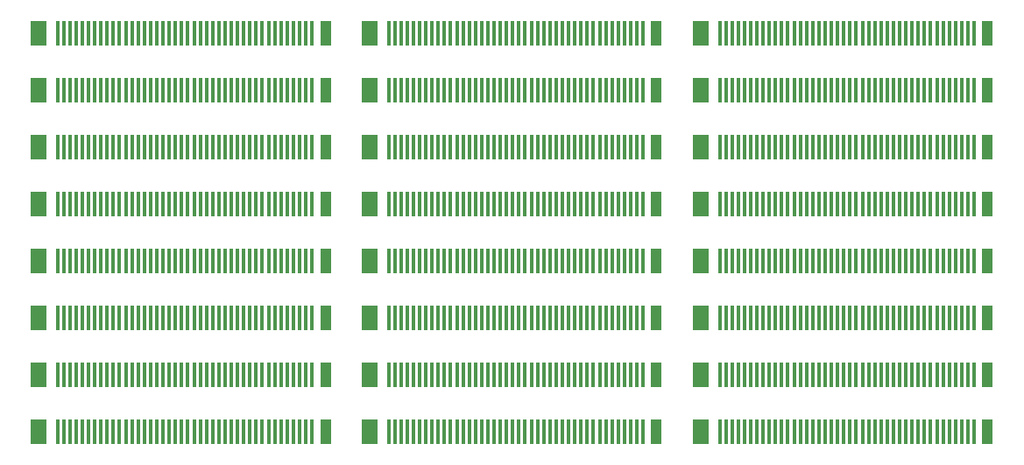
<source format=gbr>
G04 #@! TF.GenerationSoftware,KiCad,Pcbnew,5.1.5-52549c5~84~ubuntu18.04.1*
G04 #@! TF.CreationDate,2020-06-25T11:55:21+02:00*
G04 #@! TF.ProjectId,optical_encoder,6f707469-6361-46c5-9f65-6e636f646572,rev?*
G04 #@! TF.SameCoordinates,Original*
G04 #@! TF.FileFunction,Copper,L1,Top*
G04 #@! TF.FilePolarity,Positive*
%FSLAX46Y46*%
G04 Gerber Fmt 4.6, Leading zero omitted, Abs format (unit mm)*
G04 Created by KiCad (PCBNEW 5.1.5-52549c5~84~ubuntu18.04.1) date 2020-06-25 11:55:21*
%MOMM*%
%LPD*%
G04 APERTURE LIST*
%ADD10R,0.300000X2.400000*%
%ADD11R,10.000000X0.100000*%
%ADD12R,9.000000X0.100000*%
%ADD13R,0.100000X4.200000*%
%ADD14R,1.500000X2.400000*%
%ADD15R,1.000000X2.400000*%
G04 APERTURE END LIST*
D10*
X172430000Y-116790000D03*
X173030000Y-116790000D03*
X173630000Y-116790000D03*
X174230000Y-116790000D03*
X174830000Y-116790000D03*
X176630000Y-116790000D03*
X175430000Y-116790000D03*
X176030000Y-116790000D03*
X177230000Y-116790000D03*
X179030000Y-116790000D03*
X177830000Y-116790000D03*
X181430000Y-116790000D03*
X180230000Y-116790000D03*
X180830000Y-116790000D03*
X179630000Y-116790000D03*
X178430000Y-116790000D03*
X182030000Y-116790000D03*
X183830000Y-116790000D03*
X182630000Y-116790000D03*
X189830000Y-116790000D03*
X186230000Y-116790000D03*
X185030000Y-116790000D03*
X185630000Y-116790000D03*
X187430000Y-116790000D03*
X189230000Y-116790000D03*
X190430000Y-116790000D03*
X184430000Y-116790000D03*
X188630000Y-116790000D03*
X183230000Y-116790000D03*
X191030000Y-116790000D03*
X186830000Y-116790000D03*
X188030000Y-116790000D03*
X196430000Y-116790000D03*
X195230000Y-116790000D03*
X192830000Y-116790000D03*
X195830000Y-116790000D03*
X194630000Y-116790000D03*
X191630000Y-116790000D03*
X192230000Y-116790000D03*
X197030000Y-116790000D03*
X193430000Y-116790000D03*
X194030000Y-116790000D03*
D11*
X174230000Y-114690000D03*
X184830000Y-114690000D03*
D12*
X194930000Y-114690000D03*
D11*
X184830000Y-118890000D03*
X174230000Y-118890000D03*
D12*
X194930000Y-118890000D03*
D13*
X199430000Y-116790000D03*
X169280000Y-116790000D03*
D14*
X170630000Y-116790000D03*
D15*
X198330000Y-116790000D03*
D10*
X140430000Y-116790000D03*
X141030000Y-116790000D03*
X141630000Y-116790000D03*
X142230000Y-116790000D03*
X142830000Y-116790000D03*
X144630000Y-116790000D03*
X143430000Y-116790000D03*
X144030000Y-116790000D03*
X145230000Y-116790000D03*
X147030000Y-116790000D03*
X145830000Y-116790000D03*
X149430000Y-116790000D03*
X148230000Y-116790000D03*
X148830000Y-116790000D03*
X147630000Y-116790000D03*
X146430000Y-116790000D03*
X150030000Y-116790000D03*
X151830000Y-116790000D03*
X150630000Y-116790000D03*
X157830000Y-116790000D03*
X154230000Y-116790000D03*
X153030000Y-116790000D03*
X153630000Y-116790000D03*
X155430000Y-116790000D03*
X157230000Y-116790000D03*
X158430000Y-116790000D03*
X152430000Y-116790000D03*
X156630000Y-116790000D03*
X151230000Y-116790000D03*
X159030000Y-116790000D03*
X154830000Y-116790000D03*
X156030000Y-116790000D03*
X164430000Y-116790000D03*
X163230000Y-116790000D03*
X160830000Y-116790000D03*
X163830000Y-116790000D03*
X162630000Y-116790000D03*
X159630000Y-116790000D03*
X160230000Y-116790000D03*
X165030000Y-116790000D03*
X161430000Y-116790000D03*
X162030000Y-116790000D03*
D11*
X142230000Y-114690000D03*
X152830000Y-114690000D03*
D12*
X162930000Y-114690000D03*
D11*
X152830000Y-118890000D03*
X142230000Y-118890000D03*
D12*
X162930000Y-118890000D03*
D13*
X167430000Y-116790000D03*
X137280000Y-116790000D03*
D14*
X138630000Y-116790000D03*
D15*
X166330000Y-116790000D03*
D10*
X108430000Y-116790000D03*
X109030000Y-116790000D03*
X109630000Y-116790000D03*
X110230000Y-116790000D03*
X110830000Y-116790000D03*
X112630000Y-116790000D03*
X111430000Y-116790000D03*
X112030000Y-116790000D03*
X113230000Y-116790000D03*
X115030000Y-116790000D03*
X113830000Y-116790000D03*
X117430000Y-116790000D03*
X116230000Y-116790000D03*
X116830000Y-116790000D03*
X115630000Y-116790000D03*
X114430000Y-116790000D03*
X118030000Y-116790000D03*
X119830000Y-116790000D03*
X118630000Y-116790000D03*
X125830000Y-116790000D03*
X122230000Y-116790000D03*
X121030000Y-116790000D03*
X121630000Y-116790000D03*
X123430000Y-116790000D03*
X125230000Y-116790000D03*
X126430000Y-116790000D03*
X120430000Y-116790000D03*
X124630000Y-116790000D03*
X119230000Y-116790000D03*
X127030000Y-116790000D03*
X122830000Y-116790000D03*
X124030000Y-116790000D03*
X132430000Y-116790000D03*
X131230000Y-116790000D03*
X128830000Y-116790000D03*
X131830000Y-116790000D03*
X130630000Y-116790000D03*
X127630000Y-116790000D03*
X128230000Y-116790000D03*
X133030000Y-116790000D03*
X129430000Y-116790000D03*
X130030000Y-116790000D03*
D11*
X110230000Y-114690000D03*
X120830000Y-114690000D03*
D12*
X130930000Y-114690000D03*
D11*
X120830000Y-118890000D03*
X110230000Y-118890000D03*
D12*
X130930000Y-118890000D03*
D13*
X135430000Y-116790000D03*
X105280000Y-116790000D03*
D14*
X106630000Y-116790000D03*
D15*
X134330000Y-116790000D03*
D10*
X172430000Y-111290000D03*
X173030000Y-111290000D03*
X173630000Y-111290000D03*
X174230000Y-111290000D03*
X174830000Y-111290000D03*
X176630000Y-111290000D03*
X175430000Y-111290000D03*
X176030000Y-111290000D03*
X177230000Y-111290000D03*
X179030000Y-111290000D03*
X177830000Y-111290000D03*
X181430000Y-111290000D03*
X180230000Y-111290000D03*
X180830000Y-111290000D03*
X179630000Y-111290000D03*
X178430000Y-111290000D03*
X182030000Y-111290000D03*
X183830000Y-111290000D03*
X182630000Y-111290000D03*
X189830000Y-111290000D03*
X186230000Y-111290000D03*
X185030000Y-111290000D03*
X185630000Y-111290000D03*
X187430000Y-111290000D03*
X189230000Y-111290000D03*
X190430000Y-111290000D03*
X184430000Y-111290000D03*
X188630000Y-111290000D03*
X183230000Y-111290000D03*
X191030000Y-111290000D03*
X186830000Y-111290000D03*
X188030000Y-111290000D03*
X196430000Y-111290000D03*
X195230000Y-111290000D03*
X192830000Y-111290000D03*
X195830000Y-111290000D03*
X194630000Y-111290000D03*
X191630000Y-111290000D03*
X192230000Y-111290000D03*
X197030000Y-111290000D03*
X193430000Y-111290000D03*
X194030000Y-111290000D03*
D11*
X174230000Y-109190000D03*
X184830000Y-109190000D03*
D12*
X194930000Y-109190000D03*
D11*
X184830000Y-113390000D03*
X174230000Y-113390000D03*
D12*
X194930000Y-113390000D03*
D13*
X199430000Y-111290000D03*
X169280000Y-111290000D03*
D14*
X170630000Y-111290000D03*
D15*
X198330000Y-111290000D03*
D10*
X140430000Y-111290000D03*
X141030000Y-111290000D03*
X141630000Y-111290000D03*
X142230000Y-111290000D03*
X142830000Y-111290000D03*
X144630000Y-111290000D03*
X143430000Y-111290000D03*
X144030000Y-111290000D03*
X145230000Y-111290000D03*
X147030000Y-111290000D03*
X145830000Y-111290000D03*
X149430000Y-111290000D03*
X148230000Y-111290000D03*
X148830000Y-111290000D03*
X147630000Y-111290000D03*
X146430000Y-111290000D03*
X150030000Y-111290000D03*
X151830000Y-111290000D03*
X150630000Y-111290000D03*
X157830000Y-111290000D03*
X154230000Y-111290000D03*
X153030000Y-111290000D03*
X153630000Y-111290000D03*
X155430000Y-111290000D03*
X157230000Y-111290000D03*
X158430000Y-111290000D03*
X152430000Y-111290000D03*
X156630000Y-111290000D03*
X151230000Y-111290000D03*
X159030000Y-111290000D03*
X154830000Y-111290000D03*
X156030000Y-111290000D03*
X164430000Y-111290000D03*
X163230000Y-111290000D03*
X160830000Y-111290000D03*
X163830000Y-111290000D03*
X162630000Y-111290000D03*
X159630000Y-111290000D03*
X160230000Y-111290000D03*
X165030000Y-111290000D03*
X161430000Y-111290000D03*
X162030000Y-111290000D03*
D11*
X142230000Y-109190000D03*
X152830000Y-109190000D03*
D12*
X162930000Y-109190000D03*
D11*
X152830000Y-113390000D03*
X142230000Y-113390000D03*
D12*
X162930000Y-113390000D03*
D13*
X167430000Y-111290000D03*
X137280000Y-111290000D03*
D14*
X138630000Y-111290000D03*
D15*
X166330000Y-111290000D03*
D10*
X108430000Y-111290000D03*
X109030000Y-111290000D03*
X109630000Y-111290000D03*
X110230000Y-111290000D03*
X110830000Y-111290000D03*
X112630000Y-111290000D03*
X111430000Y-111290000D03*
X112030000Y-111290000D03*
X113230000Y-111290000D03*
X115030000Y-111290000D03*
X113830000Y-111290000D03*
X117430000Y-111290000D03*
X116230000Y-111290000D03*
X116830000Y-111290000D03*
X115630000Y-111290000D03*
X114430000Y-111290000D03*
X118030000Y-111290000D03*
X119830000Y-111290000D03*
X118630000Y-111290000D03*
X125830000Y-111290000D03*
X122230000Y-111290000D03*
X121030000Y-111290000D03*
X121630000Y-111290000D03*
X123430000Y-111290000D03*
X125230000Y-111290000D03*
X126430000Y-111290000D03*
X120430000Y-111290000D03*
X124630000Y-111290000D03*
X119230000Y-111290000D03*
X127030000Y-111290000D03*
X122830000Y-111290000D03*
X124030000Y-111290000D03*
X132430000Y-111290000D03*
X131230000Y-111290000D03*
X128830000Y-111290000D03*
X131830000Y-111290000D03*
X130630000Y-111290000D03*
X127630000Y-111290000D03*
X128230000Y-111290000D03*
X133030000Y-111290000D03*
X129430000Y-111290000D03*
X130030000Y-111290000D03*
D11*
X110230000Y-109190000D03*
X120830000Y-109190000D03*
D12*
X130930000Y-109190000D03*
D11*
X120830000Y-113390000D03*
X110230000Y-113390000D03*
D12*
X130930000Y-113390000D03*
D13*
X135430000Y-111290000D03*
X105280000Y-111290000D03*
D14*
X106630000Y-111290000D03*
D15*
X134330000Y-111290000D03*
D10*
X172430000Y-105790000D03*
X173030000Y-105790000D03*
X173630000Y-105790000D03*
X174230000Y-105790000D03*
X174830000Y-105790000D03*
X176630000Y-105790000D03*
X175430000Y-105790000D03*
X176030000Y-105790000D03*
X177230000Y-105790000D03*
X179030000Y-105790000D03*
X177830000Y-105790000D03*
X181430000Y-105790000D03*
X180230000Y-105790000D03*
X180830000Y-105790000D03*
X179630000Y-105790000D03*
X178430000Y-105790000D03*
X182030000Y-105790000D03*
X183830000Y-105790000D03*
X182630000Y-105790000D03*
X189830000Y-105790000D03*
X186230000Y-105790000D03*
X185030000Y-105790000D03*
X185630000Y-105790000D03*
X187430000Y-105790000D03*
X189230000Y-105790000D03*
X190430000Y-105790000D03*
X184430000Y-105790000D03*
X188630000Y-105790000D03*
X183230000Y-105790000D03*
X191030000Y-105790000D03*
X186830000Y-105790000D03*
X188030000Y-105790000D03*
X196430000Y-105790000D03*
X195230000Y-105790000D03*
X192830000Y-105790000D03*
X195830000Y-105790000D03*
X194630000Y-105790000D03*
X191630000Y-105790000D03*
X192230000Y-105790000D03*
X197030000Y-105790000D03*
X193430000Y-105790000D03*
X194030000Y-105790000D03*
D11*
X174230000Y-103690000D03*
X184830000Y-103690000D03*
D12*
X194930000Y-103690000D03*
D11*
X184830000Y-107890000D03*
X174230000Y-107890000D03*
D12*
X194930000Y-107890000D03*
D13*
X199430000Y-105790000D03*
X169280000Y-105790000D03*
D14*
X170630000Y-105790000D03*
D15*
X198330000Y-105790000D03*
D10*
X140430000Y-105790000D03*
X141030000Y-105790000D03*
X141630000Y-105790000D03*
X142230000Y-105790000D03*
X142830000Y-105790000D03*
X144630000Y-105790000D03*
X143430000Y-105790000D03*
X144030000Y-105790000D03*
X145230000Y-105790000D03*
X147030000Y-105790000D03*
X145830000Y-105790000D03*
X149430000Y-105790000D03*
X148230000Y-105790000D03*
X148830000Y-105790000D03*
X147630000Y-105790000D03*
X146430000Y-105790000D03*
X150030000Y-105790000D03*
X151830000Y-105790000D03*
X150630000Y-105790000D03*
X157830000Y-105790000D03*
X154230000Y-105790000D03*
X153030000Y-105790000D03*
X153630000Y-105790000D03*
X155430000Y-105790000D03*
X157230000Y-105790000D03*
X158430000Y-105790000D03*
X152430000Y-105790000D03*
X156630000Y-105790000D03*
X151230000Y-105790000D03*
X159030000Y-105790000D03*
X154830000Y-105790000D03*
X156030000Y-105790000D03*
X164430000Y-105790000D03*
X163230000Y-105790000D03*
X160830000Y-105790000D03*
X163830000Y-105790000D03*
X162630000Y-105790000D03*
X159630000Y-105790000D03*
X160230000Y-105790000D03*
X165030000Y-105790000D03*
X161430000Y-105790000D03*
X162030000Y-105790000D03*
D11*
X142230000Y-103690000D03*
X152830000Y-103690000D03*
D12*
X162930000Y-103690000D03*
D11*
X152830000Y-107890000D03*
X142230000Y-107890000D03*
D12*
X162930000Y-107890000D03*
D13*
X167430000Y-105790000D03*
X137280000Y-105790000D03*
D14*
X138630000Y-105790000D03*
D15*
X166330000Y-105790000D03*
D10*
X108430000Y-105790000D03*
X109030000Y-105790000D03*
X109630000Y-105790000D03*
X110230000Y-105790000D03*
X110830000Y-105790000D03*
X112630000Y-105790000D03*
X111430000Y-105790000D03*
X112030000Y-105790000D03*
X113230000Y-105790000D03*
X115030000Y-105790000D03*
X113830000Y-105790000D03*
X117430000Y-105790000D03*
X116230000Y-105790000D03*
X116830000Y-105790000D03*
X115630000Y-105790000D03*
X114430000Y-105790000D03*
X118030000Y-105790000D03*
X119830000Y-105790000D03*
X118630000Y-105790000D03*
X125830000Y-105790000D03*
X122230000Y-105790000D03*
X121030000Y-105790000D03*
X121630000Y-105790000D03*
X123430000Y-105790000D03*
X125230000Y-105790000D03*
X126430000Y-105790000D03*
X120430000Y-105790000D03*
X124630000Y-105790000D03*
X119230000Y-105790000D03*
X127030000Y-105790000D03*
X122830000Y-105790000D03*
X124030000Y-105790000D03*
X132430000Y-105790000D03*
X131230000Y-105790000D03*
X128830000Y-105790000D03*
X131830000Y-105790000D03*
X130630000Y-105790000D03*
X127630000Y-105790000D03*
X128230000Y-105790000D03*
X133030000Y-105790000D03*
X129430000Y-105790000D03*
X130030000Y-105790000D03*
D11*
X110230000Y-103690000D03*
X120830000Y-103690000D03*
D12*
X130930000Y-103690000D03*
D11*
X120830000Y-107890000D03*
X110230000Y-107890000D03*
D12*
X130930000Y-107890000D03*
D13*
X135430000Y-105790000D03*
X105280000Y-105790000D03*
D14*
X106630000Y-105790000D03*
D15*
X134330000Y-105790000D03*
D10*
X172430000Y-100290000D03*
X173030000Y-100290000D03*
X173630000Y-100290000D03*
X174230000Y-100290000D03*
X174830000Y-100290000D03*
X176630000Y-100290000D03*
X175430000Y-100290000D03*
X176030000Y-100290000D03*
X177230000Y-100290000D03*
X179030000Y-100290000D03*
X177830000Y-100290000D03*
X181430000Y-100290000D03*
X180230000Y-100290000D03*
X180830000Y-100290000D03*
X179630000Y-100290000D03*
X178430000Y-100290000D03*
X182030000Y-100290000D03*
X183830000Y-100290000D03*
X182630000Y-100290000D03*
X189830000Y-100290000D03*
X186230000Y-100290000D03*
X185030000Y-100290000D03*
X185630000Y-100290000D03*
X187430000Y-100290000D03*
X189230000Y-100290000D03*
X190430000Y-100290000D03*
X184430000Y-100290000D03*
X188630000Y-100290000D03*
X183230000Y-100290000D03*
X191030000Y-100290000D03*
X186830000Y-100290000D03*
X188030000Y-100290000D03*
X196430000Y-100290000D03*
X195230000Y-100290000D03*
X192830000Y-100290000D03*
X195830000Y-100290000D03*
X194630000Y-100290000D03*
X191630000Y-100290000D03*
X192230000Y-100290000D03*
X197030000Y-100290000D03*
X193430000Y-100290000D03*
X194030000Y-100290000D03*
D11*
X174230000Y-98190000D03*
X184830000Y-98190000D03*
D12*
X194930000Y-98190000D03*
D11*
X184830000Y-102390000D03*
X174230000Y-102390000D03*
D12*
X194930000Y-102390000D03*
D13*
X199430000Y-100290000D03*
X169280000Y-100290000D03*
D14*
X170630000Y-100290000D03*
D15*
X198330000Y-100290000D03*
D10*
X140430000Y-100290000D03*
X141030000Y-100290000D03*
X141630000Y-100290000D03*
X142230000Y-100290000D03*
X142830000Y-100290000D03*
X144630000Y-100290000D03*
X143430000Y-100290000D03*
X144030000Y-100290000D03*
X145230000Y-100290000D03*
X147030000Y-100290000D03*
X145830000Y-100290000D03*
X149430000Y-100290000D03*
X148230000Y-100290000D03*
X148830000Y-100290000D03*
X147630000Y-100290000D03*
X146430000Y-100290000D03*
X150030000Y-100290000D03*
X151830000Y-100290000D03*
X150630000Y-100290000D03*
X157830000Y-100290000D03*
X154230000Y-100290000D03*
X153030000Y-100290000D03*
X153630000Y-100290000D03*
X155430000Y-100290000D03*
X157230000Y-100290000D03*
X158430000Y-100290000D03*
X152430000Y-100290000D03*
X156630000Y-100290000D03*
X151230000Y-100290000D03*
X159030000Y-100290000D03*
X154830000Y-100290000D03*
X156030000Y-100290000D03*
X164430000Y-100290000D03*
X163230000Y-100290000D03*
X160830000Y-100290000D03*
X163830000Y-100290000D03*
X162630000Y-100290000D03*
X159630000Y-100290000D03*
X160230000Y-100290000D03*
X165030000Y-100290000D03*
X161430000Y-100290000D03*
X162030000Y-100290000D03*
D11*
X142230000Y-98190000D03*
X152830000Y-98190000D03*
D12*
X162930000Y-98190000D03*
D11*
X152830000Y-102390000D03*
X142230000Y-102390000D03*
D12*
X162930000Y-102390000D03*
D13*
X167430000Y-100290000D03*
X137280000Y-100290000D03*
D14*
X138630000Y-100290000D03*
D15*
X166330000Y-100290000D03*
D10*
X108430000Y-100290000D03*
X109030000Y-100290000D03*
X109630000Y-100290000D03*
X110230000Y-100290000D03*
X110830000Y-100290000D03*
X112630000Y-100290000D03*
X111430000Y-100290000D03*
X112030000Y-100290000D03*
X113230000Y-100290000D03*
X115030000Y-100290000D03*
X113830000Y-100290000D03*
X117430000Y-100290000D03*
X116230000Y-100290000D03*
X116830000Y-100290000D03*
X115630000Y-100290000D03*
X114430000Y-100290000D03*
X118030000Y-100290000D03*
X119830000Y-100290000D03*
X118630000Y-100290000D03*
X125830000Y-100290000D03*
X122230000Y-100290000D03*
X121030000Y-100290000D03*
X121630000Y-100290000D03*
X123430000Y-100290000D03*
X125230000Y-100290000D03*
X126430000Y-100290000D03*
X120430000Y-100290000D03*
X124630000Y-100290000D03*
X119230000Y-100290000D03*
X127030000Y-100290000D03*
X122830000Y-100290000D03*
X124030000Y-100290000D03*
X132430000Y-100290000D03*
X131230000Y-100290000D03*
X128830000Y-100290000D03*
X131830000Y-100290000D03*
X130630000Y-100290000D03*
X127630000Y-100290000D03*
X128230000Y-100290000D03*
X133030000Y-100290000D03*
X129430000Y-100290000D03*
X130030000Y-100290000D03*
D11*
X110230000Y-98190000D03*
X120830000Y-98190000D03*
D12*
X130930000Y-98190000D03*
D11*
X120830000Y-102390000D03*
X110230000Y-102390000D03*
D12*
X130930000Y-102390000D03*
D13*
X135430000Y-100290000D03*
X105280000Y-100290000D03*
D14*
X106630000Y-100290000D03*
D15*
X134330000Y-100290000D03*
D10*
X172430000Y-94790000D03*
X173030000Y-94790000D03*
X173630000Y-94790000D03*
X174230000Y-94790000D03*
X174830000Y-94790000D03*
X176630000Y-94790000D03*
X175430000Y-94790000D03*
X176030000Y-94790000D03*
X177230000Y-94790000D03*
X179030000Y-94790000D03*
X177830000Y-94790000D03*
X181430000Y-94790000D03*
X180230000Y-94790000D03*
X180830000Y-94790000D03*
X179630000Y-94790000D03*
X178430000Y-94790000D03*
X182030000Y-94790000D03*
X183830000Y-94790000D03*
X182630000Y-94790000D03*
X189830000Y-94790000D03*
X186230000Y-94790000D03*
X185030000Y-94790000D03*
X185630000Y-94790000D03*
X187430000Y-94790000D03*
X189230000Y-94790000D03*
X190430000Y-94790000D03*
X184430000Y-94790000D03*
X188630000Y-94790000D03*
X183230000Y-94790000D03*
X191030000Y-94790000D03*
X186830000Y-94790000D03*
X188030000Y-94790000D03*
X196430000Y-94790000D03*
X195230000Y-94790000D03*
X192830000Y-94790000D03*
X195830000Y-94790000D03*
X194630000Y-94790000D03*
X191630000Y-94790000D03*
X192230000Y-94790000D03*
X197030000Y-94790000D03*
X193430000Y-94790000D03*
X194030000Y-94790000D03*
D11*
X174230000Y-92690000D03*
X184830000Y-92690000D03*
D12*
X194930000Y-92690000D03*
D11*
X184830000Y-96890000D03*
X174230000Y-96890000D03*
D12*
X194930000Y-96890000D03*
D13*
X199430000Y-94790000D03*
X169280000Y-94790000D03*
D14*
X170630000Y-94790000D03*
D15*
X198330000Y-94790000D03*
D10*
X140430000Y-94790000D03*
X141030000Y-94790000D03*
X141630000Y-94790000D03*
X142230000Y-94790000D03*
X142830000Y-94790000D03*
X144630000Y-94790000D03*
X143430000Y-94790000D03*
X144030000Y-94790000D03*
X145230000Y-94790000D03*
X147030000Y-94790000D03*
X145830000Y-94790000D03*
X149430000Y-94790000D03*
X148230000Y-94790000D03*
X148830000Y-94790000D03*
X147630000Y-94790000D03*
X146430000Y-94790000D03*
X150030000Y-94790000D03*
X151830000Y-94790000D03*
X150630000Y-94790000D03*
X157830000Y-94790000D03*
X154230000Y-94790000D03*
X153030000Y-94790000D03*
X153630000Y-94790000D03*
X155430000Y-94790000D03*
X157230000Y-94790000D03*
X158430000Y-94790000D03*
X152430000Y-94790000D03*
X156630000Y-94790000D03*
X151230000Y-94790000D03*
X159030000Y-94790000D03*
X154830000Y-94790000D03*
X156030000Y-94790000D03*
X164430000Y-94790000D03*
X163230000Y-94790000D03*
X160830000Y-94790000D03*
X163830000Y-94790000D03*
X162630000Y-94790000D03*
X159630000Y-94790000D03*
X160230000Y-94790000D03*
X165030000Y-94790000D03*
X161430000Y-94790000D03*
X162030000Y-94790000D03*
D11*
X142230000Y-92690000D03*
X152830000Y-92690000D03*
D12*
X162930000Y-92690000D03*
D11*
X152830000Y-96890000D03*
X142230000Y-96890000D03*
D12*
X162930000Y-96890000D03*
D13*
X167430000Y-94790000D03*
X137280000Y-94790000D03*
D14*
X138630000Y-94790000D03*
D15*
X166330000Y-94790000D03*
D10*
X108430000Y-94790000D03*
X109030000Y-94790000D03*
X109630000Y-94790000D03*
X110230000Y-94790000D03*
X110830000Y-94790000D03*
X112630000Y-94790000D03*
X111430000Y-94790000D03*
X112030000Y-94790000D03*
X113230000Y-94790000D03*
X115030000Y-94790000D03*
X113830000Y-94790000D03*
X117430000Y-94790000D03*
X116230000Y-94790000D03*
X116830000Y-94790000D03*
X115630000Y-94790000D03*
X114430000Y-94790000D03*
X118030000Y-94790000D03*
X119830000Y-94790000D03*
X118630000Y-94790000D03*
X125830000Y-94790000D03*
X122230000Y-94790000D03*
X121030000Y-94790000D03*
X121630000Y-94790000D03*
X123430000Y-94790000D03*
X125230000Y-94790000D03*
X126430000Y-94790000D03*
X120430000Y-94790000D03*
X124630000Y-94790000D03*
X119230000Y-94790000D03*
X127030000Y-94790000D03*
X122830000Y-94790000D03*
X124030000Y-94790000D03*
X132430000Y-94790000D03*
X131230000Y-94790000D03*
X128830000Y-94790000D03*
X131830000Y-94790000D03*
X130630000Y-94790000D03*
X127630000Y-94790000D03*
X128230000Y-94790000D03*
X133030000Y-94790000D03*
X129430000Y-94790000D03*
X130030000Y-94790000D03*
D11*
X110230000Y-92690000D03*
X120830000Y-92690000D03*
D12*
X130930000Y-92690000D03*
D11*
X120830000Y-96890000D03*
X110230000Y-96890000D03*
D12*
X130930000Y-96890000D03*
D13*
X135430000Y-94790000D03*
X105280000Y-94790000D03*
D14*
X106630000Y-94790000D03*
D15*
X134330000Y-94790000D03*
D10*
X172430000Y-89290000D03*
X173030000Y-89290000D03*
X173630000Y-89290000D03*
X174230000Y-89290000D03*
X174830000Y-89290000D03*
X176630000Y-89290000D03*
X175430000Y-89290000D03*
X176030000Y-89290000D03*
X177230000Y-89290000D03*
X179030000Y-89290000D03*
X177830000Y-89290000D03*
X181430000Y-89290000D03*
X180230000Y-89290000D03*
X180830000Y-89290000D03*
X179630000Y-89290000D03*
X178430000Y-89290000D03*
X182030000Y-89290000D03*
X183830000Y-89290000D03*
X182630000Y-89290000D03*
X189830000Y-89290000D03*
X186230000Y-89290000D03*
X185030000Y-89290000D03*
X185630000Y-89290000D03*
X187430000Y-89290000D03*
X189230000Y-89290000D03*
X190430000Y-89290000D03*
X184430000Y-89290000D03*
X188630000Y-89290000D03*
X183230000Y-89290000D03*
X191030000Y-89290000D03*
X186830000Y-89290000D03*
X188030000Y-89290000D03*
X196430000Y-89290000D03*
X195230000Y-89290000D03*
X192830000Y-89290000D03*
X195830000Y-89290000D03*
X194630000Y-89290000D03*
X191630000Y-89290000D03*
X192230000Y-89290000D03*
X197030000Y-89290000D03*
X193430000Y-89290000D03*
X194030000Y-89290000D03*
D11*
X174230000Y-87190000D03*
X184830000Y-87190000D03*
D12*
X194930000Y-87190000D03*
D11*
X184830000Y-91390000D03*
X174230000Y-91390000D03*
D12*
X194930000Y-91390000D03*
D13*
X199430000Y-89290000D03*
X169280000Y-89290000D03*
D14*
X170630000Y-89290000D03*
D15*
X198330000Y-89290000D03*
D10*
X140430000Y-89290000D03*
X141030000Y-89290000D03*
X141630000Y-89290000D03*
X142230000Y-89290000D03*
X142830000Y-89290000D03*
X144630000Y-89290000D03*
X143430000Y-89290000D03*
X144030000Y-89290000D03*
X145230000Y-89290000D03*
X147030000Y-89290000D03*
X145830000Y-89290000D03*
X149430000Y-89290000D03*
X148230000Y-89290000D03*
X148830000Y-89290000D03*
X147630000Y-89290000D03*
X146430000Y-89290000D03*
X150030000Y-89290000D03*
X151830000Y-89290000D03*
X150630000Y-89290000D03*
X157830000Y-89290000D03*
X154230000Y-89290000D03*
X153030000Y-89290000D03*
X153630000Y-89290000D03*
X155430000Y-89290000D03*
X157230000Y-89290000D03*
X158430000Y-89290000D03*
X152430000Y-89290000D03*
X156630000Y-89290000D03*
X151230000Y-89290000D03*
X159030000Y-89290000D03*
X154830000Y-89290000D03*
X156030000Y-89290000D03*
X164430000Y-89290000D03*
X163230000Y-89290000D03*
X160830000Y-89290000D03*
X163830000Y-89290000D03*
X162630000Y-89290000D03*
X159630000Y-89290000D03*
X160230000Y-89290000D03*
X165030000Y-89290000D03*
X161430000Y-89290000D03*
X162030000Y-89290000D03*
D11*
X142230000Y-87190000D03*
X152830000Y-87190000D03*
D12*
X162930000Y-87190000D03*
D11*
X152830000Y-91390000D03*
X142230000Y-91390000D03*
D12*
X162930000Y-91390000D03*
D13*
X167430000Y-89290000D03*
X137280000Y-89290000D03*
D14*
X138630000Y-89290000D03*
D15*
X166330000Y-89290000D03*
D10*
X108430000Y-89290000D03*
X109030000Y-89290000D03*
X109630000Y-89290000D03*
X110230000Y-89290000D03*
X110830000Y-89290000D03*
X112630000Y-89290000D03*
X111430000Y-89290000D03*
X112030000Y-89290000D03*
X113230000Y-89290000D03*
X115030000Y-89290000D03*
X113830000Y-89290000D03*
X117430000Y-89290000D03*
X116230000Y-89290000D03*
X116830000Y-89290000D03*
X115630000Y-89290000D03*
X114430000Y-89290000D03*
X118030000Y-89290000D03*
X119830000Y-89290000D03*
X118630000Y-89290000D03*
X125830000Y-89290000D03*
X122230000Y-89290000D03*
X121030000Y-89290000D03*
X121630000Y-89290000D03*
X123430000Y-89290000D03*
X125230000Y-89290000D03*
X126430000Y-89290000D03*
X120430000Y-89290000D03*
X124630000Y-89290000D03*
X119230000Y-89290000D03*
X127030000Y-89290000D03*
X122830000Y-89290000D03*
X124030000Y-89290000D03*
X132430000Y-89290000D03*
X131230000Y-89290000D03*
X128830000Y-89290000D03*
X131830000Y-89290000D03*
X130630000Y-89290000D03*
X127630000Y-89290000D03*
X128230000Y-89290000D03*
X133030000Y-89290000D03*
X129430000Y-89290000D03*
X130030000Y-89290000D03*
D11*
X110230000Y-87190000D03*
X120830000Y-87190000D03*
D12*
X130930000Y-87190000D03*
D11*
X120830000Y-91390000D03*
X110230000Y-91390000D03*
D12*
X130930000Y-91390000D03*
D13*
X135430000Y-89290000D03*
X105280000Y-89290000D03*
D14*
X106630000Y-89290000D03*
D15*
X134330000Y-89290000D03*
D10*
X172430000Y-83790000D03*
X173030000Y-83790000D03*
X173630000Y-83790000D03*
X174230000Y-83790000D03*
X174830000Y-83790000D03*
X176630000Y-83790000D03*
X175430000Y-83790000D03*
X176030000Y-83790000D03*
X177230000Y-83790000D03*
X179030000Y-83790000D03*
X177830000Y-83790000D03*
X181430000Y-83790000D03*
X180230000Y-83790000D03*
X180830000Y-83790000D03*
X179630000Y-83790000D03*
X178430000Y-83790000D03*
X182030000Y-83790000D03*
X183830000Y-83790000D03*
X182630000Y-83790000D03*
X189830000Y-83790000D03*
X186230000Y-83790000D03*
X185030000Y-83790000D03*
X185630000Y-83790000D03*
X187430000Y-83790000D03*
X189230000Y-83790000D03*
X190430000Y-83790000D03*
X184430000Y-83790000D03*
X188630000Y-83790000D03*
X183230000Y-83790000D03*
X191030000Y-83790000D03*
X186830000Y-83790000D03*
X188030000Y-83790000D03*
X196430000Y-83790000D03*
X195230000Y-83790000D03*
X192830000Y-83790000D03*
X195830000Y-83790000D03*
X194630000Y-83790000D03*
X191630000Y-83790000D03*
X192230000Y-83790000D03*
X197030000Y-83790000D03*
X193430000Y-83790000D03*
X194030000Y-83790000D03*
D11*
X174230000Y-81690000D03*
X184830000Y-81690000D03*
D12*
X194930000Y-81690000D03*
D11*
X184830000Y-85890000D03*
X174230000Y-85890000D03*
D12*
X194930000Y-85890000D03*
D13*
X199430000Y-83790000D03*
X169280000Y-83790000D03*
D14*
X170630000Y-83790000D03*
D15*
X198330000Y-83790000D03*
D10*
X140430000Y-83790000D03*
X141030000Y-83790000D03*
X141630000Y-83790000D03*
X142230000Y-83790000D03*
X142830000Y-83790000D03*
X144630000Y-83790000D03*
X143430000Y-83790000D03*
X144030000Y-83790000D03*
X145230000Y-83790000D03*
X147030000Y-83790000D03*
X145830000Y-83790000D03*
X149430000Y-83790000D03*
X148230000Y-83790000D03*
X148830000Y-83790000D03*
X147630000Y-83790000D03*
X146430000Y-83790000D03*
X150030000Y-83790000D03*
X151830000Y-83790000D03*
X150630000Y-83790000D03*
X157830000Y-83790000D03*
X154230000Y-83790000D03*
X153030000Y-83790000D03*
X153630000Y-83790000D03*
X155430000Y-83790000D03*
X157230000Y-83790000D03*
X158430000Y-83790000D03*
X152430000Y-83790000D03*
X156630000Y-83790000D03*
X151230000Y-83790000D03*
X159030000Y-83790000D03*
X154830000Y-83790000D03*
X156030000Y-83790000D03*
X164430000Y-83790000D03*
X163230000Y-83790000D03*
X160830000Y-83790000D03*
X163830000Y-83790000D03*
X162630000Y-83790000D03*
X159630000Y-83790000D03*
X160230000Y-83790000D03*
X165030000Y-83790000D03*
X161430000Y-83790000D03*
X162030000Y-83790000D03*
D11*
X142230000Y-81690000D03*
X152830000Y-81690000D03*
D12*
X162930000Y-81690000D03*
D11*
X152830000Y-85890000D03*
X142230000Y-85890000D03*
D12*
X162930000Y-85890000D03*
D13*
X167430000Y-83790000D03*
X137280000Y-83790000D03*
D14*
X138630000Y-83790000D03*
D15*
X166330000Y-83790000D03*
D10*
X108430000Y-83790000D03*
X109030000Y-83790000D03*
X109630000Y-83790000D03*
X110230000Y-83790000D03*
X110830000Y-83790000D03*
X112630000Y-83790000D03*
X111430000Y-83790000D03*
X112030000Y-83790000D03*
X113230000Y-83790000D03*
X115030000Y-83790000D03*
X113830000Y-83790000D03*
X117430000Y-83790000D03*
X116230000Y-83790000D03*
X116830000Y-83790000D03*
X115630000Y-83790000D03*
X114430000Y-83790000D03*
X118030000Y-83790000D03*
X119830000Y-83790000D03*
X118630000Y-83790000D03*
X125830000Y-83790000D03*
X122230000Y-83790000D03*
X121030000Y-83790000D03*
X121630000Y-83790000D03*
X123430000Y-83790000D03*
X125230000Y-83790000D03*
X126430000Y-83790000D03*
X120430000Y-83790000D03*
X124630000Y-83790000D03*
X119230000Y-83790000D03*
X127030000Y-83790000D03*
X122830000Y-83790000D03*
X124030000Y-83790000D03*
X132430000Y-83790000D03*
X131230000Y-83790000D03*
X128830000Y-83790000D03*
X131830000Y-83790000D03*
X130630000Y-83790000D03*
X127630000Y-83790000D03*
X128230000Y-83790000D03*
X133030000Y-83790000D03*
X129430000Y-83790000D03*
X130030000Y-83790000D03*
D11*
X110230000Y-81690000D03*
X120830000Y-81690000D03*
D12*
X130930000Y-81690000D03*
D11*
X120830000Y-85890000D03*
X110230000Y-85890000D03*
D12*
X130930000Y-85890000D03*
D13*
X135430000Y-83790000D03*
X105280000Y-83790000D03*
D14*
X106630000Y-83790000D03*
D15*
X134330000Y-83790000D03*
D10*
X172430000Y-78290000D03*
X173030000Y-78290000D03*
X173630000Y-78290000D03*
X174230000Y-78290000D03*
X174830000Y-78290000D03*
X176630000Y-78290000D03*
X175430000Y-78290000D03*
X176030000Y-78290000D03*
X177230000Y-78290000D03*
X179030000Y-78290000D03*
X177830000Y-78290000D03*
X181430000Y-78290000D03*
X180230000Y-78290000D03*
X180830000Y-78290000D03*
X179630000Y-78290000D03*
X178430000Y-78290000D03*
X182030000Y-78290000D03*
X183830000Y-78290000D03*
X182630000Y-78290000D03*
X189830000Y-78290000D03*
X186230000Y-78290000D03*
X185030000Y-78290000D03*
X185630000Y-78290000D03*
X187430000Y-78290000D03*
X189230000Y-78290000D03*
X190430000Y-78290000D03*
X184430000Y-78290000D03*
X188630000Y-78290000D03*
X183230000Y-78290000D03*
X191030000Y-78290000D03*
X186830000Y-78290000D03*
X188030000Y-78290000D03*
X196430000Y-78290000D03*
X195230000Y-78290000D03*
X192830000Y-78290000D03*
X195830000Y-78290000D03*
X194630000Y-78290000D03*
X191630000Y-78290000D03*
X192230000Y-78290000D03*
X197030000Y-78290000D03*
X193430000Y-78290000D03*
X194030000Y-78290000D03*
D11*
X174230000Y-76190000D03*
X184830000Y-76190000D03*
D12*
X194930000Y-76190000D03*
D11*
X184830000Y-80390000D03*
X174230000Y-80390000D03*
D12*
X194930000Y-80390000D03*
D13*
X199430000Y-78290000D03*
X169280000Y-78290000D03*
D14*
X170630000Y-78290000D03*
D15*
X198330000Y-78290000D03*
D10*
X140430000Y-78290000D03*
X141030000Y-78290000D03*
X141630000Y-78290000D03*
X142230000Y-78290000D03*
X142830000Y-78290000D03*
X144630000Y-78290000D03*
X143430000Y-78290000D03*
X144030000Y-78290000D03*
X145230000Y-78290000D03*
X147030000Y-78290000D03*
X145830000Y-78290000D03*
X149430000Y-78290000D03*
X148230000Y-78290000D03*
X148830000Y-78290000D03*
X147630000Y-78290000D03*
X146430000Y-78290000D03*
X150030000Y-78290000D03*
X151830000Y-78290000D03*
X150630000Y-78290000D03*
X157830000Y-78290000D03*
X154230000Y-78290000D03*
X153030000Y-78290000D03*
X153630000Y-78290000D03*
X155430000Y-78290000D03*
X157230000Y-78290000D03*
X158430000Y-78290000D03*
X152430000Y-78290000D03*
X156630000Y-78290000D03*
X151230000Y-78290000D03*
X159030000Y-78290000D03*
X154830000Y-78290000D03*
X156030000Y-78290000D03*
X164430000Y-78290000D03*
X163230000Y-78290000D03*
X160830000Y-78290000D03*
X163830000Y-78290000D03*
X162630000Y-78290000D03*
X159630000Y-78290000D03*
X160230000Y-78290000D03*
X165030000Y-78290000D03*
X161430000Y-78290000D03*
X162030000Y-78290000D03*
D11*
X142230000Y-76190000D03*
X152830000Y-76190000D03*
D12*
X162930000Y-76190000D03*
D11*
X152830000Y-80390000D03*
X142230000Y-80390000D03*
D12*
X162930000Y-80390000D03*
D13*
X167430000Y-78290000D03*
X137280000Y-78290000D03*
D14*
X138630000Y-78290000D03*
D15*
X166330000Y-78290000D03*
X134330000Y-78290000D03*
D14*
X106630000Y-78290000D03*
D13*
X105280000Y-78290000D03*
X135430000Y-78290000D03*
D12*
X130930000Y-80390000D03*
D11*
X110230000Y-80390000D03*
X120830000Y-80390000D03*
D12*
X130930000Y-76190000D03*
D11*
X120830000Y-76190000D03*
X110230000Y-76190000D03*
D10*
X130030000Y-78290000D03*
X129430000Y-78290000D03*
X133030000Y-78290000D03*
X128230000Y-78290000D03*
X127630000Y-78290000D03*
X130630000Y-78290000D03*
X131830000Y-78290000D03*
X128830000Y-78290000D03*
X131230000Y-78290000D03*
X132430000Y-78290000D03*
X124030000Y-78290000D03*
X122830000Y-78290000D03*
X127030000Y-78290000D03*
X119230000Y-78290000D03*
X124630000Y-78290000D03*
X120430000Y-78290000D03*
X126430000Y-78290000D03*
X125230000Y-78290000D03*
X123430000Y-78290000D03*
X121630000Y-78290000D03*
X121030000Y-78290000D03*
X122230000Y-78290000D03*
X125830000Y-78290000D03*
X118630000Y-78290000D03*
X119830000Y-78290000D03*
X118030000Y-78290000D03*
X114430000Y-78290000D03*
X115630000Y-78290000D03*
X116830000Y-78290000D03*
X116230000Y-78290000D03*
X117430000Y-78290000D03*
X113830000Y-78290000D03*
X115030000Y-78290000D03*
X113230000Y-78290000D03*
X112030000Y-78290000D03*
X111430000Y-78290000D03*
X112630000Y-78290000D03*
X110830000Y-78290000D03*
X110230000Y-78290000D03*
X109630000Y-78290000D03*
X109030000Y-78290000D03*
X108430000Y-78290000D03*
M02*

</source>
